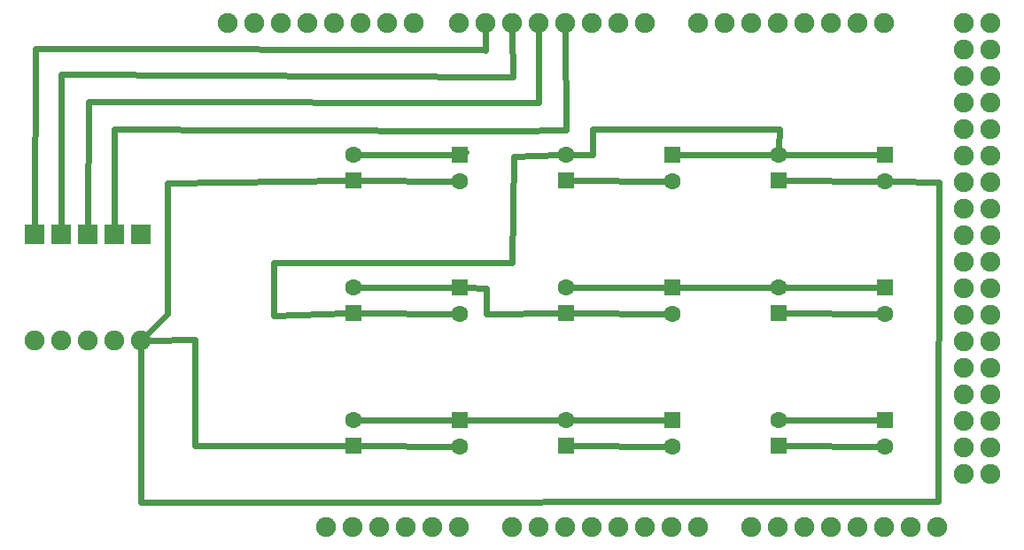
<source format=gbl>
G04 MADE WITH FRITZING*
G04 WWW.FRITZING.ORG*
G04 DOUBLE SIDED*
G04 HOLES PLATED*
G04 CONTOUR ON CENTER OF CONTOUR VECTOR*
%ASAXBY*%
%FSLAX23Y23*%
%MOIN*%
%OFA0B0*%
%SFA1.0B1.0*%
%ADD10C,0.075000*%
%ADD11C,0.062992*%
%ADD12R,0.075000X0.075000*%
%ADD13R,0.062992X0.062992*%
%ADD14C,0.024000*%
%LNCOPPER0*%
G90*
G70*
G54D10*
X585Y1174D03*
X585Y774D03*
G54D11*
X2185Y376D03*
X2185Y474D03*
X3385Y972D03*
X3385Y874D03*
X2985Y876D03*
X2985Y974D03*
X1785Y472D03*
X1785Y374D03*
X2585Y472D03*
X2585Y374D03*
X3385Y472D03*
X3385Y374D03*
X2985Y376D03*
X2985Y474D03*
X2185Y876D03*
X2185Y974D03*
X1385Y376D03*
X1385Y474D03*
X2585Y1472D03*
X2585Y1374D03*
X2185Y1376D03*
X2185Y1474D03*
X1385Y1376D03*
X1385Y1474D03*
X1785Y1472D03*
X1785Y1374D03*
X1385Y876D03*
X1385Y974D03*
X2585Y972D03*
X2585Y874D03*
X1785Y972D03*
X1785Y874D03*
X3385Y1472D03*
X3385Y1374D03*
X2985Y1376D03*
X2985Y1474D03*
G54D10*
X485Y1174D03*
X485Y774D03*
X385Y1174D03*
X385Y774D03*
X285Y1174D03*
X285Y774D03*
X185Y1174D03*
X185Y774D03*
X911Y1970D03*
X1011Y1970D03*
X1111Y1970D03*
X1211Y1970D03*
X1311Y1970D03*
X1411Y1970D03*
X1511Y1970D03*
X1611Y1970D03*
X1781Y1970D03*
X1881Y1970D03*
X1981Y1970D03*
X2081Y1970D03*
X2181Y1970D03*
X2281Y1970D03*
X2381Y1970D03*
X2481Y1970D03*
X1281Y70D03*
X1381Y70D03*
X1481Y70D03*
X1581Y70D03*
X1681Y70D03*
X1781Y70D03*
X1981Y70D03*
X2081Y70D03*
X2181Y70D03*
X2281Y70D03*
X2381Y70D03*
X2481Y70D03*
X2681Y1970D03*
X2781Y1970D03*
X2881Y1970D03*
X2981Y1970D03*
X3081Y1970D03*
X3181Y1970D03*
X3281Y1970D03*
X3381Y1970D03*
X2581Y70D03*
X2681Y70D03*
X2881Y70D03*
X2981Y70D03*
X3081Y70D03*
X3181Y70D03*
X3281Y70D03*
X3381Y70D03*
X3481Y70D03*
X3581Y70D03*
X3681Y1970D03*
X3781Y1970D03*
X3681Y1870D03*
X3781Y1870D03*
X3681Y1770D03*
X3781Y1770D03*
X3681Y1670D03*
X3781Y1670D03*
X3681Y1570D03*
X3781Y1570D03*
X3681Y1470D03*
X3781Y1470D03*
X3681Y1370D03*
X3781Y1370D03*
X3681Y1270D03*
X3781Y1270D03*
X3681Y1170D03*
X3781Y1170D03*
X3681Y1070D03*
X3781Y1070D03*
X3681Y970D03*
X3781Y970D03*
X3681Y870D03*
X3781Y870D03*
X3681Y770D03*
X3781Y770D03*
X3681Y670D03*
X3781Y670D03*
X3681Y570D03*
X3781Y570D03*
X3681Y470D03*
X3781Y470D03*
X3681Y370D03*
X3781Y370D03*
X3681Y270D03*
X3781Y270D03*
G54D12*
X585Y1174D03*
G54D13*
X2185Y376D03*
X3385Y972D03*
X2985Y876D03*
X1785Y472D03*
X2585Y472D03*
X3385Y472D03*
X2985Y376D03*
X2185Y876D03*
X1385Y376D03*
X2585Y1472D03*
X2185Y1376D03*
X1385Y1376D03*
X1785Y1472D03*
X1385Y876D03*
X2585Y972D03*
X1785Y972D03*
X3385Y1472D03*
X2985Y1376D03*
G54D12*
X485Y1174D03*
X385Y1174D03*
X285Y1174D03*
X185Y1174D03*
G54D14*
X2558Y374D02*
X2212Y375D01*
D02*
X3012Y1474D02*
X3358Y1473D01*
D02*
X2958Y1474D02*
X2612Y1473D01*
D02*
X1412Y1474D02*
X1758Y1473D01*
D02*
X2212Y974D02*
X2558Y973D01*
D02*
X2212Y875D02*
X2558Y874D01*
D02*
X1881Y1867D02*
X1881Y1870D01*
D02*
X1881Y1870D02*
X189Y1874D01*
D02*
X1881Y1942D02*
X1881Y1867D01*
D02*
X189Y1874D02*
X185Y1203D01*
D02*
X1985Y1767D02*
X1982Y1942D01*
D02*
X285Y1778D02*
X1985Y1767D01*
D02*
X285Y1203D02*
X285Y1778D01*
D02*
X385Y1203D02*
X389Y1674D01*
D02*
X389Y1674D02*
X2081Y1670D01*
D02*
X2081Y1670D02*
X2081Y1942D01*
D02*
X1789Y1474D02*
X1412Y1474D01*
D02*
X1810Y1483D02*
X1789Y1474D01*
D02*
X685Y1367D02*
X685Y874D01*
D02*
X1358Y1375D02*
X685Y1367D01*
D02*
X685Y874D02*
X605Y794D01*
D02*
X585Y163D02*
X585Y745D01*
D02*
X3585Y167D02*
X585Y163D01*
D02*
X3589Y1370D02*
X3585Y167D01*
D02*
X3412Y1373D02*
X3589Y1370D01*
D02*
X789Y378D02*
X1358Y376D01*
D02*
X789Y778D02*
X789Y378D01*
D02*
X614Y774D02*
X789Y778D01*
D02*
X2212Y1474D02*
X2285Y1474D01*
D02*
X2285Y1570D02*
X2989Y1570D01*
D02*
X2285Y1474D02*
X2285Y1570D01*
D02*
X2989Y1570D02*
X2986Y1501D01*
D02*
X2612Y1473D02*
X2958Y1474D01*
D02*
X3358Y1473D02*
X3012Y1474D01*
D02*
X3012Y974D02*
X3358Y973D01*
D02*
X2612Y973D02*
X2958Y974D01*
D02*
X2212Y1375D02*
X2558Y1374D01*
D02*
X3358Y1374D02*
X3012Y1375D01*
D02*
X1885Y874D02*
X2158Y875D01*
D02*
X1885Y970D02*
X1885Y874D01*
D02*
X1812Y972D02*
X1885Y970D01*
D02*
X3358Y374D02*
X3012Y375D01*
D02*
X3012Y474D02*
X3358Y473D01*
D02*
X1412Y375D02*
X1758Y374D01*
D02*
X1412Y474D02*
X1758Y473D01*
D02*
X1812Y473D02*
X2158Y474D01*
D02*
X1412Y875D02*
X1758Y874D01*
D02*
X2185Y1567D02*
X1978Y1563D01*
D02*
X1978Y1563D02*
X985Y1567D01*
D02*
X2182Y1942D02*
X2185Y1567D01*
D02*
X485Y1570D02*
X485Y1203D01*
D02*
X985Y1567D02*
X485Y1570D01*
D02*
X1412Y1375D02*
X1758Y1374D01*
D02*
X2212Y474D02*
X2558Y473D01*
D02*
X1989Y1467D02*
X1981Y1067D01*
D02*
X1085Y1067D02*
X1085Y867D01*
D02*
X1981Y1067D02*
X1085Y1067D01*
D02*
X2158Y1473D02*
X1989Y1467D01*
D02*
X1085Y867D02*
X1358Y875D01*
D02*
X3358Y874D02*
X3012Y875D01*
D02*
X1758Y973D02*
X1412Y974D01*
G04 End of Copper0*
M02*
</source>
